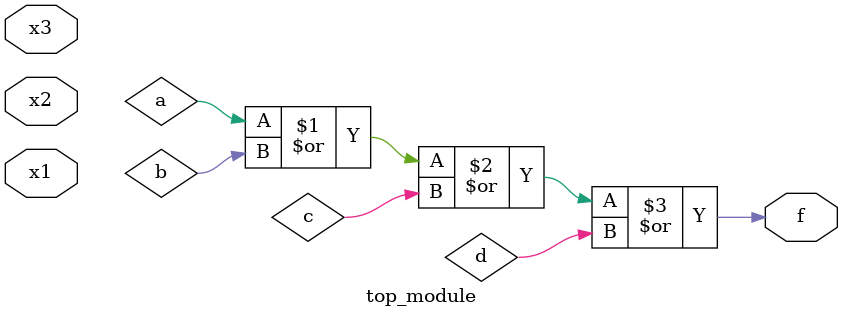
<source format=sv>
module top_module (
  input x3,
  input x2,
  input x1,
  output f
);
  
  // Declare intermediate signals
  wire a, b, c, d;
  
  // Implement the logic for output signal f
  or #(4) or1(f, a, b, c, d);
  
  // Internal signals
  not #(1) u1(.a(u1), .y(x3));
  and #(1) u2(.a(u2), .b(u1), .y(x2));
  not #(1) u3(.a(u3), .y(x1));
  and #(1) u4(.a(u4), .b(x3), .c(x2), .y(x1));

endmodule

</source>
